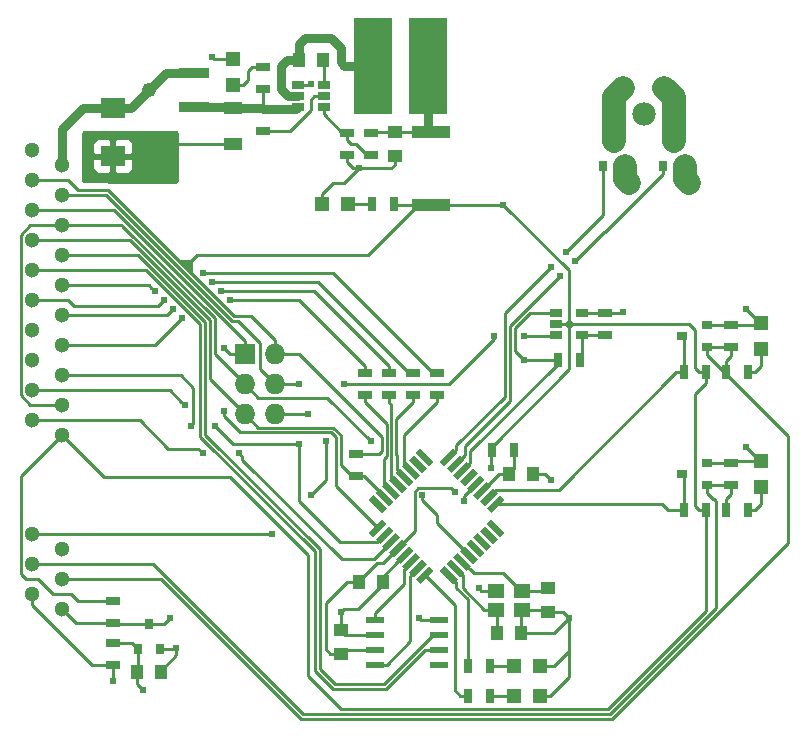
<source format=gbr>
G04 #@! TF.FileFunction,Copper,L1,Top,Signal*
%FSLAX46Y46*%
G04 Gerber Fmt 4.6, Leading zero omitted, Abs format (unit mm)*
G04 Created by KiCad (PCBNEW 4.0.7) date 11/20/17 16:46:11*
%MOMM*%
%LPD*%
G01*
G04 APERTURE LIST*
%ADD10C,0.100000*%
%ADD11R,1.060000X0.650000*%
%ADD12R,2.500000X0.900000*%
%ADD13C,1.300000*%
%ADD14C,1.397000*%
%ADD15C,1.981000*%
%ADD16R,3.300000X8.200000*%
%ADD17R,2.159000X1.778000*%
%ADD18R,1.000000X1.250000*%
%ADD19R,1.600000X1.000000*%
%ADD20R,1.250000X1.000000*%
%ADD21R,1.200000X1.200000*%
%ADD22R,0.700000X1.300000*%
%ADD23R,1.300000X0.700000*%
%ADD24R,3.200000X1.000000*%
%ADD25R,1.550000X0.600000*%
%ADD26R,0.800000X0.900000*%
%ADD27R,0.900000X0.800000*%
%ADD28R,1.400000X1.200000*%
%ADD29R,1.727200X1.727200*%
%ADD30O,1.727200X1.727200*%
%ADD31C,0.609600*%
%ADD32C,1.219200*%
%ADD33C,0.254000*%
%ADD34C,2.032000*%
%ADD35C,0.762000*%
G04 APERTURE END LIST*
D10*
D11*
X164000000Y-85918000D03*
X164000000Y-86868000D03*
X164000000Y-87818000D03*
X166200000Y-87818000D03*
X166200000Y-85918000D03*
D12*
X133350000Y-65606000D03*
X133350000Y-68506000D03*
D13*
X119634000Y-77216000D03*
X119634000Y-74676000D03*
X119634000Y-72136000D03*
X119634000Y-79756000D03*
X122174000Y-73406000D03*
X122174000Y-75946000D03*
X122174000Y-78486000D03*
X122174000Y-81026000D03*
X119634000Y-82296000D03*
X122174000Y-83566000D03*
X119634000Y-84836000D03*
X122174000Y-86106000D03*
X119634000Y-87376000D03*
X122174000Y-88646000D03*
X119634000Y-89916000D03*
X122174000Y-91186000D03*
X119634000Y-92456000D03*
X122174000Y-93726000D03*
X119634000Y-94996000D03*
X122174000Y-96266000D03*
X119634000Y-109728000D03*
X119634000Y-107188000D03*
X119634000Y-104648000D03*
X122174000Y-105918000D03*
X122174000Y-108458000D03*
X122174000Y-110998000D03*
D14*
X173200000Y-66858000D03*
X169700000Y-66858000D03*
D15*
X171450000Y-69088000D03*
D16*
X148526000Y-65024000D03*
X153226000Y-65024000D03*
D17*
X126492000Y-72644000D03*
X126492000Y-68580000D03*
D18*
X147336000Y-108712000D03*
X149336000Y-108712000D03*
X160036000Y-99568000D03*
X162036000Y-99568000D03*
D19*
X136652000Y-68604000D03*
X136652000Y-71604000D03*
D20*
X145796000Y-114792000D03*
X145796000Y-112792000D03*
D18*
X144256000Y-64516000D03*
X142256000Y-64516000D03*
D20*
X163322000Y-109236000D03*
X163322000Y-111236000D03*
X150368000Y-70628000D03*
X150368000Y-72628000D03*
D18*
X159020000Y-113030000D03*
X161020000Y-113030000D03*
X130540000Y-116332000D03*
X128540000Y-116332000D03*
D21*
X136652000Y-66632000D03*
X136652000Y-64432000D03*
X146388000Y-76708000D03*
X144188000Y-76708000D03*
X181356000Y-100668000D03*
X181356000Y-98468000D03*
X181356000Y-88984000D03*
X181356000Y-86784000D03*
X160444000Y-118364000D03*
X162644000Y-118364000D03*
X160444000Y-115824000D03*
X162644000Y-115824000D03*
D10*
G36*
X148567666Y-104909445D02*
X148178757Y-104520536D01*
X149310128Y-103389165D01*
X149699037Y-103778074D01*
X148567666Y-104909445D01*
X148567666Y-104909445D01*
G37*
G36*
X149133352Y-105475130D02*
X148744443Y-105086221D01*
X149875814Y-103954850D01*
X150264723Y-104343759D01*
X149133352Y-105475130D01*
X149133352Y-105475130D01*
G37*
G36*
X149699037Y-106040816D02*
X149310128Y-105651907D01*
X150441499Y-104520536D01*
X150830408Y-104909445D01*
X149699037Y-106040816D01*
X149699037Y-106040816D01*
G37*
G36*
X150264722Y-106606501D02*
X149875813Y-106217592D01*
X151007184Y-105086221D01*
X151396093Y-105475130D01*
X150264722Y-106606501D01*
X150264722Y-106606501D01*
G37*
G36*
X150830408Y-107172187D02*
X150441499Y-106783278D01*
X151572870Y-105651907D01*
X151961779Y-106040816D01*
X150830408Y-107172187D01*
X150830408Y-107172187D01*
G37*
G36*
X151396093Y-107737872D02*
X151007184Y-107348963D01*
X152138555Y-106217592D01*
X152527464Y-106606501D01*
X151396093Y-107737872D01*
X151396093Y-107737872D01*
G37*
G36*
X151961779Y-108303557D02*
X151572870Y-107914648D01*
X152704241Y-106783277D01*
X153093150Y-107172186D01*
X151961779Y-108303557D01*
X151961779Y-108303557D01*
G37*
G36*
X152527464Y-108869243D02*
X152138555Y-108480334D01*
X153269926Y-107348963D01*
X153658835Y-107737872D01*
X152527464Y-108869243D01*
X152527464Y-108869243D01*
G37*
G36*
X155709445Y-108480334D02*
X155320536Y-108869243D01*
X154189165Y-107737872D01*
X154578074Y-107348963D01*
X155709445Y-108480334D01*
X155709445Y-108480334D01*
G37*
G36*
X156275130Y-107914648D02*
X155886221Y-108303557D01*
X154754850Y-107172186D01*
X155143759Y-106783277D01*
X156275130Y-107914648D01*
X156275130Y-107914648D01*
G37*
G36*
X156840816Y-107348963D02*
X156451907Y-107737872D01*
X155320536Y-106606501D01*
X155709445Y-106217592D01*
X156840816Y-107348963D01*
X156840816Y-107348963D01*
G37*
G36*
X157406501Y-106783278D02*
X157017592Y-107172187D01*
X155886221Y-106040816D01*
X156275130Y-105651907D01*
X157406501Y-106783278D01*
X157406501Y-106783278D01*
G37*
G36*
X157972187Y-106217592D02*
X157583278Y-106606501D01*
X156451907Y-105475130D01*
X156840816Y-105086221D01*
X157972187Y-106217592D01*
X157972187Y-106217592D01*
G37*
G36*
X158537872Y-105651907D02*
X158148963Y-106040816D01*
X157017592Y-104909445D01*
X157406501Y-104520536D01*
X158537872Y-105651907D01*
X158537872Y-105651907D01*
G37*
G36*
X159103557Y-105086221D02*
X158714648Y-105475130D01*
X157583277Y-104343759D01*
X157972186Y-103954850D01*
X159103557Y-105086221D01*
X159103557Y-105086221D01*
G37*
G36*
X159669243Y-104520536D02*
X159280334Y-104909445D01*
X158148963Y-103778074D01*
X158537872Y-103389165D01*
X159669243Y-104520536D01*
X159669243Y-104520536D01*
G37*
G36*
X158537872Y-102858835D02*
X158148963Y-102469926D01*
X159280334Y-101338555D01*
X159669243Y-101727464D01*
X158537872Y-102858835D01*
X158537872Y-102858835D01*
G37*
G36*
X157972186Y-102293150D02*
X157583277Y-101904241D01*
X158714648Y-100772870D01*
X159103557Y-101161779D01*
X157972186Y-102293150D01*
X157972186Y-102293150D01*
G37*
G36*
X157406501Y-101727464D02*
X157017592Y-101338555D01*
X158148963Y-100207184D01*
X158537872Y-100596093D01*
X157406501Y-101727464D01*
X157406501Y-101727464D01*
G37*
G36*
X156840816Y-101161779D02*
X156451907Y-100772870D01*
X157583278Y-99641499D01*
X157972187Y-100030408D01*
X156840816Y-101161779D01*
X156840816Y-101161779D01*
G37*
G36*
X156275130Y-100596093D02*
X155886221Y-100207184D01*
X157017592Y-99075813D01*
X157406501Y-99464722D01*
X156275130Y-100596093D01*
X156275130Y-100596093D01*
G37*
G36*
X155709445Y-100030408D02*
X155320536Y-99641499D01*
X156451907Y-98510128D01*
X156840816Y-98899037D01*
X155709445Y-100030408D01*
X155709445Y-100030408D01*
G37*
G36*
X155143759Y-99464723D02*
X154754850Y-99075814D01*
X155886221Y-97944443D01*
X156275130Y-98333352D01*
X155143759Y-99464723D01*
X155143759Y-99464723D01*
G37*
G36*
X154578074Y-98899037D02*
X154189165Y-98510128D01*
X155320536Y-97378757D01*
X155709445Y-97767666D01*
X154578074Y-98899037D01*
X154578074Y-98899037D01*
G37*
G36*
X153658835Y-98510128D02*
X153269926Y-98899037D01*
X152138555Y-97767666D01*
X152527464Y-97378757D01*
X153658835Y-98510128D01*
X153658835Y-98510128D01*
G37*
G36*
X153093150Y-99075814D02*
X152704241Y-99464723D01*
X151572870Y-98333352D01*
X151961779Y-97944443D01*
X153093150Y-99075814D01*
X153093150Y-99075814D01*
G37*
G36*
X152527464Y-99641499D02*
X152138555Y-100030408D01*
X151007184Y-98899037D01*
X151396093Y-98510128D01*
X152527464Y-99641499D01*
X152527464Y-99641499D01*
G37*
G36*
X151961779Y-100207184D02*
X151572870Y-100596093D01*
X150441499Y-99464722D01*
X150830408Y-99075813D01*
X151961779Y-100207184D01*
X151961779Y-100207184D01*
G37*
G36*
X151396093Y-100772870D02*
X151007184Y-101161779D01*
X149875813Y-100030408D01*
X150264722Y-99641499D01*
X151396093Y-100772870D01*
X151396093Y-100772870D01*
G37*
G36*
X150830408Y-101338555D02*
X150441499Y-101727464D01*
X149310128Y-100596093D01*
X149699037Y-100207184D01*
X150830408Y-101338555D01*
X150830408Y-101338555D01*
G37*
G36*
X150264723Y-101904241D02*
X149875814Y-102293150D01*
X148744443Y-101161779D01*
X149133352Y-100772870D01*
X150264723Y-101904241D01*
X150264723Y-101904241D01*
G37*
G36*
X149699037Y-102469926D02*
X149310128Y-102858835D01*
X148178757Y-101727464D01*
X148567666Y-101338555D01*
X149699037Y-102469926D01*
X149699037Y-102469926D01*
G37*
D22*
X158562000Y-97536000D03*
X160462000Y-97536000D03*
D23*
X139192000Y-66990000D03*
X139192000Y-65090000D03*
X139192000Y-68646000D03*
X139192000Y-70546000D03*
X146304000Y-70678000D03*
X146304000Y-72578000D03*
X148336000Y-72578000D03*
X148336000Y-70678000D03*
X147828000Y-90998000D03*
X147828000Y-92898000D03*
X153924000Y-90998000D03*
X153924000Y-92898000D03*
X147066000Y-97856000D03*
X147066000Y-99756000D03*
D24*
X153416000Y-76760000D03*
X153416000Y-70560000D03*
D23*
X151892000Y-90998000D03*
X151892000Y-92898000D03*
X149860000Y-90998000D03*
X149860000Y-92898000D03*
D22*
X150302000Y-76708000D03*
X148402000Y-76708000D03*
X178374000Y-102616000D03*
X180274000Y-102616000D03*
D23*
X178816000Y-100518000D03*
X178816000Y-98618000D03*
D22*
X176718000Y-102616000D03*
X174818000Y-102616000D03*
X178374000Y-90932000D03*
X180274000Y-90932000D03*
D23*
X178816000Y-88834000D03*
X178816000Y-86934000D03*
D22*
X164150000Y-89916000D03*
X166050000Y-89916000D03*
D23*
X168148000Y-87818000D03*
X168148000Y-85918000D03*
D22*
X176718000Y-90932000D03*
X174818000Y-90932000D03*
X156530000Y-118364000D03*
X158430000Y-118364000D03*
D23*
X126492000Y-115758000D03*
X126492000Y-113858000D03*
D22*
X156530000Y-115824000D03*
X158430000Y-115824000D03*
D23*
X126492000Y-110302000D03*
X126492000Y-112202000D03*
D11*
X142156000Y-66614000D03*
X142156000Y-67564000D03*
X142156000Y-68514000D03*
X144356000Y-68514000D03*
X144356000Y-66614000D03*
X144356000Y-67564000D03*
D25*
X148684000Y-111887000D03*
X148684000Y-113157000D03*
X148684000Y-114427000D03*
X148684000Y-115697000D03*
X154084000Y-115697000D03*
X154084000Y-114427000D03*
X154084000Y-113157000D03*
X154084000Y-111887000D03*
D26*
X167960000Y-73440000D03*
X169860000Y-73440000D03*
X168910000Y-71340000D03*
X173040000Y-73440000D03*
X174940000Y-73440000D03*
X173990000Y-71340000D03*
D27*
X176818000Y-88834000D03*
X176818000Y-86934000D03*
X174718000Y-87884000D03*
X176818000Y-100518000D03*
X176818000Y-98618000D03*
X174718000Y-99568000D03*
D26*
X128590000Y-114334000D03*
X130490000Y-114334000D03*
X129540000Y-112234000D03*
D28*
X161120000Y-109436000D03*
X158920000Y-109436000D03*
X158920000Y-111036000D03*
X161120000Y-111036000D03*
D29*
X137668000Y-89408000D03*
D30*
X140208000Y-89408000D03*
X137668000Y-91948000D03*
X140208000Y-91948000D03*
X137668000Y-94488000D03*
X140208000Y-94488000D03*
D31*
X159564000Y-76760000D03*
X158496000Y-99060000D03*
X155448000Y-101092000D03*
X156210000Y-101854000D03*
X163576000Y-100076000D03*
X145796000Y-111252000D03*
X169672000Y-85852000D03*
X152400000Y-111760000D03*
X143002000Y-94488000D03*
X180086000Y-85598000D03*
X180086000Y-97282000D03*
X131826000Y-114300000D03*
X147320000Y-73660000D03*
X143256000Y-66548000D03*
X134874000Y-64262000D03*
X129540000Y-73660000D03*
X130810000Y-73660000D03*
X130810000Y-72390000D03*
X129540000Y-72390000D03*
X165100000Y-111760000D03*
X157480000Y-109220000D03*
X170180000Y-74930000D03*
X175260000Y-74930000D03*
X129032000Y-117856000D03*
D32*
X129540000Y-67056000D03*
D31*
X132588000Y-93726000D03*
X135890000Y-94234000D03*
X135890000Y-88900000D03*
X135128000Y-95504000D03*
X133096000Y-95504000D03*
X142240000Y-97028000D03*
X142240000Y-91948000D03*
X137160000Y-97790000D03*
X134112000Y-97790000D03*
X148336000Y-96774000D03*
X152654000Y-101346000D03*
X161290000Y-89916000D03*
X164846000Y-80772000D03*
X163576000Y-82042000D03*
X165608000Y-81534000D03*
X164338000Y-82804000D03*
X130048000Y-84074000D03*
X134112000Y-82550000D03*
X130810000Y-84836000D03*
X134874000Y-83312000D03*
X131572000Y-85598000D03*
X135636000Y-84074000D03*
X132334000Y-86360000D03*
X136398000Y-84836000D03*
X126492000Y-117094000D03*
X161290000Y-87884000D03*
X158750000Y-87884000D03*
X146050000Y-91948000D03*
X144526000Y-96774000D03*
X143256000Y-101346000D03*
X139954000Y-104648000D03*
X131318000Y-111760000D03*
D33*
X153416000Y-76760000D02*
X159564000Y-76760000D01*
X165100000Y-83312000D02*
X165100000Y-84074000D01*
X159564000Y-76760000D02*
X165100000Y-82296000D01*
X165100000Y-84074000D02*
X165100000Y-86614000D01*
X165100000Y-82296000D02*
X165100000Y-84074000D01*
X149032000Y-97856000D02*
X149275791Y-97612209D01*
X147066000Y-97856000D02*
X149032000Y-97856000D01*
X149275791Y-97612209D02*
X149275791Y-96443791D01*
X149275791Y-96443791D02*
X142240000Y-89408000D01*
X142240000Y-89408000D02*
X140208000Y-89408000D01*
X136398000Y-99822000D02*
X125730000Y-99822000D01*
X125730000Y-99822000D02*
X122174000Y-96266000D01*
X143002000Y-106426000D02*
X136398000Y-99822000D01*
X143002000Y-116687590D02*
X143002000Y-106426000D01*
X168420910Y-119481590D02*
X145796000Y-119481590D01*
X145796000Y-119481590D02*
X143002000Y-116687590D01*
X176718000Y-102616000D02*
X176718000Y-111184500D01*
X176718000Y-111184500D02*
X168420910Y-119481590D01*
X126492000Y-110302000D02*
X123510000Y-110302000D01*
X123510000Y-110302000D02*
X122936000Y-109728000D01*
X122936000Y-109728000D02*
X121412000Y-109728000D01*
X118704599Y-108036599D02*
X118704599Y-99735401D01*
X121412000Y-109728000D02*
X120142000Y-108458000D01*
X120142000Y-108458000D02*
X119126000Y-108458000D01*
X119126000Y-108458000D02*
X118704599Y-108036599D01*
X118704599Y-99735401D02*
X121524001Y-96915999D01*
X121524001Y-96915999D02*
X122174000Y-96266000D01*
X164846000Y-86868000D02*
X165100000Y-87122000D01*
X165100000Y-86614000D02*
X165354000Y-86868000D01*
X164846000Y-86868000D02*
X165100000Y-86868000D01*
X165100000Y-86614000D02*
X165100000Y-86868000D01*
X164000000Y-86868000D02*
X164846000Y-86868000D01*
X164846000Y-86868000D02*
X165100000Y-86614000D01*
X165100000Y-86868000D02*
X165354000Y-86868000D01*
X158496000Y-99060000D02*
X158496000Y-97602000D01*
X158496000Y-97602000D02*
X158562000Y-97536000D01*
X150635953Y-105846361D02*
X152069799Y-104412515D01*
X152069799Y-104412515D02*
X152069799Y-101065583D01*
X152069799Y-101065583D02*
X152373583Y-100761799D01*
X152373583Y-100761799D02*
X155117799Y-100761799D01*
X155117799Y-100761799D02*
X155448000Y-101092000D01*
X144526000Y-110490000D02*
X146304000Y-108712000D01*
X146304000Y-108712000D02*
X147336000Y-108712000D01*
X144526000Y-114401000D02*
X144526000Y-110490000D01*
X145796000Y-114792000D02*
X144917000Y-114792000D01*
X144917000Y-114792000D02*
X144526000Y-114401000D01*
X165354000Y-86868000D02*
X175260000Y-86868000D01*
X165100000Y-87184000D02*
X165100000Y-87122000D01*
X165100000Y-87122000D02*
X165354000Y-86868000D01*
X164000000Y-86868000D02*
X164784000Y-86868000D01*
X165100000Y-87184000D02*
X165100000Y-90698000D01*
X165100000Y-90698000D02*
X158562000Y-97236000D01*
X158562000Y-97236000D02*
X158562000Y-97536000D01*
X175768000Y-87376000D02*
X175514000Y-87122000D01*
X175260000Y-86868000D02*
X175514000Y-87122000D01*
X152316000Y-76760000D02*
X148082000Y-80994000D01*
X133077100Y-81552900D02*
X133636000Y-80994000D01*
X133636000Y-80994000D02*
X148082000Y-80994000D01*
X133077100Y-82550000D02*
X136734690Y-86207590D01*
X132842000Y-82314900D02*
X133077100Y-82550000D01*
X133077100Y-82550000D02*
X133077100Y-81552900D01*
X133077100Y-81552900D02*
X133096000Y-81534000D01*
X175768000Y-102270000D02*
X175768000Y-92786000D01*
X175768000Y-92786000D02*
X176718000Y-91836000D01*
X176718000Y-91836000D02*
X176718000Y-90932000D01*
X176718000Y-102616000D02*
X176114000Y-102616000D01*
X176114000Y-102616000D02*
X175768000Y-102270000D01*
X175768000Y-87581078D02*
X175768000Y-87376000D01*
X175768000Y-90586000D02*
X175768000Y-87581078D01*
X176718000Y-90932000D02*
X176114000Y-90932000D01*
X176114000Y-90932000D02*
X175768000Y-90586000D01*
X132569100Y-82042000D02*
X132842000Y-82314900D01*
X132588000Y-82042000D02*
X132842000Y-81788000D01*
X132842000Y-82314900D02*
X132842000Y-81788000D01*
X132842000Y-81788000D02*
X133096000Y-81534000D01*
X133096000Y-81534000D02*
X132842000Y-81534000D01*
X132569100Y-82042000D02*
X132588000Y-82042000D01*
X132842000Y-81534000D02*
X132588000Y-81534000D01*
X132569100Y-82042000D02*
X132569100Y-81806900D01*
X132569100Y-81806900D02*
X132842000Y-81534000D01*
X132588000Y-81534000D02*
X132061100Y-81534000D01*
X132588000Y-81534000D02*
X132569100Y-81534000D01*
X132569100Y-81534000D02*
X132315100Y-81788000D01*
X132061100Y-81534000D02*
X132569100Y-82042000D01*
X132569100Y-82042000D02*
X132315100Y-81788000D01*
X126066691Y-75539591D02*
X132061100Y-81534000D01*
X153416000Y-76760000D02*
X152316000Y-76760000D01*
X119634000Y-74676000D02*
X122682000Y-74676000D01*
X122682000Y-74676000D02*
X123545590Y-75539590D01*
X136734690Y-86207590D02*
X138228905Y-86207591D01*
X123545590Y-75539590D02*
X126066691Y-75539591D01*
X138228905Y-86207591D02*
X140208000Y-88186686D01*
X140208000Y-88186686D02*
X140208000Y-89408000D01*
X148844000Y-107079000D02*
X149403314Y-107079000D01*
X149403314Y-107079000D02*
X150635953Y-105846361D01*
X147336000Y-108587000D02*
X148844000Y-107079000D01*
X147336000Y-108712000D02*
X147336000Y-108587000D01*
X149999558Y-106482756D02*
X150635953Y-105846361D01*
X148684000Y-114427000D02*
X146161000Y-114427000D01*
X146161000Y-114427000D02*
X145796000Y-114792000D01*
X153416000Y-76760000D02*
X150354000Y-76760000D01*
X150354000Y-76760000D02*
X150302000Y-76708000D01*
X157212047Y-100401639D02*
X156210000Y-101403686D01*
X156210000Y-101403686D02*
X156210000Y-101854000D01*
X162036000Y-99568000D02*
X163068000Y-99568000D01*
X163068000Y-99568000D02*
X163576000Y-100076000D01*
X145796000Y-111252000D02*
X146100799Y-110947201D01*
X146100799Y-110947201D02*
X147225799Y-110947201D01*
X149336000Y-108837000D02*
X149336000Y-108712000D01*
X147225799Y-110947201D02*
X149336000Y-108837000D01*
X145796000Y-112792000D02*
X145796000Y-111252000D01*
X168148000Y-85918000D02*
X169606000Y-85918000D01*
X169606000Y-85918000D02*
X169672000Y-85852000D01*
X154084000Y-111887000D02*
X152527000Y-111887000D01*
X152527000Y-111887000D02*
X152400000Y-111760000D01*
X140208000Y-94488000D02*
X143002000Y-94488000D01*
X166200000Y-85918000D02*
X168148000Y-85918000D01*
X181356000Y-86784000D02*
X181272000Y-86784000D01*
X181272000Y-86784000D02*
X180086000Y-85598000D01*
X178816000Y-86934000D02*
X181206000Y-86934000D01*
X181206000Y-86934000D02*
X181356000Y-86784000D01*
X176818000Y-86934000D02*
X178816000Y-86934000D01*
X181356000Y-98468000D02*
X181272000Y-98468000D01*
X181272000Y-98468000D02*
X180086000Y-97282000D01*
X181356000Y-98468000D02*
X178966000Y-98468000D01*
X178966000Y-98468000D02*
X178816000Y-98618000D01*
X176818000Y-98618000D02*
X178816000Y-98618000D01*
X165100000Y-114554000D02*
X165100000Y-112776000D01*
X165100000Y-112776000D02*
X165100000Y-111760000D01*
X162644000Y-118364000D02*
X163498000Y-118364000D01*
X163498000Y-118364000D02*
X165100000Y-116762000D01*
X165100000Y-116762000D02*
X165100000Y-112776000D01*
X163830000Y-115824000D02*
X165100000Y-114554000D01*
X162644000Y-115824000D02*
X163830000Y-115824000D01*
X161020000Y-113030000D02*
X163830000Y-113030000D01*
X163830000Y-113030000D02*
X165100000Y-111760000D01*
X149336000Y-108712000D02*
X149336000Y-108277686D01*
X149336000Y-108277686D02*
X150565244Y-107048442D01*
X150565244Y-107048442D02*
X151201639Y-106412047D01*
X148684000Y-113157000D02*
X146161000Y-113157000D01*
X146161000Y-113157000D02*
X145796000Y-112792000D01*
X130540000Y-116332000D02*
X130540000Y-116207000D01*
X130540000Y-116207000D02*
X131826000Y-114921000D01*
X131826000Y-114921000D02*
X131826000Y-114731052D01*
X131826000Y-114731052D02*
X131826000Y-114300000D01*
X130490000Y-114334000D02*
X131792000Y-114334000D01*
X131792000Y-114334000D02*
X131826000Y-114300000D01*
X145112000Y-74930000D02*
X146050000Y-74930000D01*
X146050000Y-74930000D02*
X147320000Y-73660000D01*
X144188000Y-76708000D02*
X144188000Y-75854000D01*
X144188000Y-75854000D02*
X145112000Y-74930000D01*
X150368000Y-72628000D02*
X150368000Y-73382000D01*
X150368000Y-73382000D02*
X150090000Y-73660000D01*
X150090000Y-73660000D02*
X147751052Y-73660000D01*
X147751052Y-73660000D02*
X147320000Y-73660000D01*
X146558000Y-73406000D02*
X146812000Y-73660000D01*
X146812000Y-73660000D02*
X147320000Y-73660000D01*
X146304000Y-73152000D02*
X146558000Y-73406000D01*
X146304000Y-72578000D02*
X146304000Y-73152000D01*
X142156000Y-66614000D02*
X143190000Y-66614000D01*
X143190000Y-66614000D02*
X143256000Y-66548000D01*
X136652000Y-64432000D02*
X135044000Y-64432000D01*
X135044000Y-64432000D02*
X134874000Y-64262000D01*
X136652000Y-71604000D02*
X131596000Y-71604000D01*
X131596000Y-71604000D02*
X130810000Y-72390000D01*
X130810000Y-72390000D02*
X130810000Y-73660000D01*
X126492000Y-72644000D02*
X129286000Y-72644000D01*
X129286000Y-72644000D02*
X129540000Y-72390000D01*
X163322000Y-111236000D02*
X164576000Y-111236000D01*
X164576000Y-111236000D02*
X165100000Y-111760000D01*
X161120000Y-111036000D02*
X163122000Y-111036000D01*
X163122000Y-111036000D02*
X163322000Y-111236000D01*
X161020000Y-113030000D02*
X161020000Y-111136000D01*
X161020000Y-111136000D02*
X161120000Y-111036000D01*
X158920000Y-109436000D02*
X157696000Y-109436000D01*
X157696000Y-109436000D02*
X157480000Y-109220000D01*
D34*
X169860000Y-73440000D02*
X169860000Y-74610000D01*
X169860000Y-74610000D02*
X170180000Y-74930000D01*
X174940000Y-73440000D02*
X174940000Y-74610000D01*
X174940000Y-74610000D02*
X175260000Y-74930000D01*
D33*
X160462000Y-97536000D02*
X160462000Y-99142000D01*
X160462000Y-99142000D02*
X160036000Y-99568000D01*
X160036000Y-99568000D02*
X159177056Y-99568000D01*
X159177056Y-99568000D02*
X157777732Y-100967324D01*
X139192000Y-68646000D02*
X139192000Y-66990000D01*
D35*
X139192000Y-68646000D02*
X142024000Y-68646000D01*
X142024000Y-68646000D02*
X142156000Y-68514000D01*
X136652000Y-68604000D02*
X139150000Y-68604000D01*
X139150000Y-68604000D02*
X139192000Y-68646000D01*
X133350000Y-68506000D02*
X136554000Y-68506000D01*
X136554000Y-68506000D02*
X136652000Y-68604000D01*
D33*
X144356000Y-66614000D02*
X144356000Y-64616000D01*
X144356000Y-64616000D02*
X144256000Y-64516000D01*
D35*
X142256000Y-64516000D02*
X142256000Y-63129000D01*
X142256000Y-63129000D02*
X142748000Y-62637000D01*
X144933000Y-62637000D02*
X145796000Y-63500000D01*
X142748000Y-62637000D02*
X144933000Y-62637000D01*
X145796000Y-63500000D02*
X145796000Y-64706000D01*
X145796000Y-64706000D02*
X146114000Y-65024000D01*
X146114000Y-65024000D02*
X148526000Y-65024000D01*
X142256000Y-64516000D02*
X141224000Y-64516000D01*
X141224000Y-64516000D02*
X140716000Y-65024000D01*
X140716000Y-65024000D02*
X140716000Y-66989122D01*
X140716000Y-66989122D02*
X141290878Y-67564000D01*
X141290878Y-67564000D02*
X142156000Y-67564000D01*
D33*
X161120000Y-109436000D02*
X163122000Y-109436000D01*
X163122000Y-109436000D02*
X163322000Y-109236000D01*
X161120000Y-109436000D02*
X161020000Y-109436000D01*
X161020000Y-109436000D02*
X159534000Y-107950000D01*
X159534000Y-107950000D02*
X157052944Y-107950000D01*
X157052944Y-107950000D02*
X156717071Y-107614127D01*
X156717071Y-107614127D02*
X156080676Y-106977732D01*
X150368000Y-70628000D02*
X148386000Y-70628000D01*
X148386000Y-70628000D02*
X148336000Y-70678000D01*
X153416000Y-70560000D02*
X150436000Y-70560000D01*
X150436000Y-70560000D02*
X150368000Y-70628000D01*
D35*
X153226000Y-65024000D02*
X153226000Y-70370000D01*
X153226000Y-70370000D02*
X153416000Y-70560000D01*
D33*
X159020000Y-113030000D02*
X159020000Y-111136000D01*
X159020000Y-111136000D02*
X158920000Y-111036000D01*
X158920000Y-111036000D02*
X157966000Y-111036000D01*
X157966000Y-111036000D02*
X156151385Y-109221385D01*
X156151385Y-109221385D02*
X156151385Y-108179812D01*
X156151385Y-108179812D02*
X155514990Y-107543417D01*
X128540000Y-116332000D02*
X128540000Y-117364000D01*
X128540000Y-117364000D02*
X129032000Y-117856000D01*
X128590000Y-114334000D02*
X128590000Y-116282000D01*
X128590000Y-116282000D02*
X128540000Y-116332000D01*
X126492000Y-113858000D02*
X128114000Y-113858000D01*
X128114000Y-113858000D02*
X128590000Y-114334000D01*
X137922000Y-65456000D02*
X137922000Y-66216000D01*
X137922000Y-66216000D02*
X137506000Y-66632000D01*
X137506000Y-66632000D02*
X136652000Y-66632000D01*
X139192000Y-65090000D02*
X138288000Y-65090000D01*
X138288000Y-65090000D02*
X137922000Y-65456000D01*
X138892000Y-65090000D02*
X139192000Y-65090000D01*
X148402000Y-76708000D02*
X146388000Y-76708000D01*
X180274000Y-102616000D02*
X180878000Y-102616000D01*
X180878000Y-102616000D02*
X181356000Y-102138000D01*
X181356000Y-102138000D02*
X181356000Y-101522000D01*
X181356000Y-101522000D02*
X181356000Y-100668000D01*
X180274000Y-90932000D02*
X180878000Y-90932000D01*
X180878000Y-90932000D02*
X181356000Y-90454000D01*
X181356000Y-90454000D02*
X181356000Y-89838000D01*
X181356000Y-89838000D02*
X181356000Y-88984000D01*
X158430000Y-118364000D02*
X160444000Y-118364000D01*
X158430000Y-115824000D02*
X160444000Y-115824000D01*
D35*
X129540000Y-67056000D02*
X130990000Y-65606000D01*
X126492000Y-68580000D02*
X128016000Y-68580000D01*
X128016000Y-68580000D02*
X129540000Y-67056000D01*
X130990000Y-65606000D02*
X133350000Y-65606000D01*
X122174000Y-70358000D02*
X123952000Y-68580000D01*
X123952000Y-68580000D02*
X126492000Y-68580000D01*
X122174000Y-73406000D02*
X122174000Y-70358000D01*
D33*
X135890000Y-94234000D02*
X135890000Y-94665052D01*
X144992661Y-96037411D02*
X145389590Y-96434340D01*
X135890000Y-94665052D02*
X137262359Y-96037411D01*
X137262359Y-96037411D02*
X144992661Y-96037411D01*
X145389590Y-100599998D02*
X145627592Y-100838000D01*
X145389590Y-96434340D02*
X145389590Y-100599998D01*
X145627592Y-100838000D02*
X148938897Y-104149305D01*
X119634000Y-92456000D02*
X131318000Y-92456000D01*
X132588000Y-93726000D02*
X132283201Y-93421201D01*
X132283201Y-93421201D02*
X131318000Y-92456000D01*
X137668000Y-89408000D02*
X136398000Y-89408000D01*
X136398000Y-89408000D02*
X135890000Y-88900000D01*
X119634000Y-77216000D02*
X126593600Y-77216000D01*
X126593600Y-77216000D02*
X137668000Y-88290400D01*
X137668000Y-88290400D02*
X137668000Y-89408000D01*
X136906000Y-97028000D02*
X142240000Y-97028000D01*
X135128000Y-95504000D02*
X136652000Y-97028000D01*
X136652000Y-97028000D02*
X136906000Y-97028000D01*
X133324570Y-92278210D02*
X133324570Y-95275430D01*
X133324570Y-95275430D02*
X133096000Y-95504000D01*
X132232360Y-91186000D02*
X133324570Y-92278210D01*
X122174000Y-91186000D02*
X132232360Y-91186000D01*
X136566350Y-86614000D02*
X137104122Y-86614000D01*
X137104122Y-86614000D02*
X138938000Y-88447878D01*
X138938000Y-88447878D02*
X138938000Y-90424000D01*
X122174000Y-75946000D02*
X125898350Y-75946000D01*
X125898350Y-75946000D02*
X136566350Y-86614000D01*
X142240000Y-97028000D02*
X142240000Y-101854000D01*
X142240000Y-101854000D02*
X145737385Y-105351385D01*
X145737385Y-105351385D02*
X148868188Y-105351385D01*
X148868188Y-105351385D02*
X149504583Y-104714990D01*
X140208000Y-91948000D02*
X142240000Y-91948000D01*
X140208000Y-91948000D02*
X138938000Y-90678000D01*
X138938000Y-90551001D02*
X138938000Y-90424000D01*
X138938000Y-90678000D02*
X138938000Y-90424000D01*
X150067574Y-105280676D02*
X148590000Y-106758250D01*
X137464799Y-98348799D02*
X145874250Y-106758250D01*
X145874250Y-106758250D02*
X148590000Y-106758250D01*
X137160000Y-97790000D02*
X137464799Y-98094799D01*
X137464799Y-98094799D02*
X137464799Y-98348799D01*
X131205668Y-97423668D02*
X133745668Y-97423668D01*
X133745668Y-97423668D02*
X134112000Y-97790000D01*
X131205668Y-97423668D02*
X128778000Y-94996000D01*
X128778000Y-94996000D02*
X119634000Y-94996000D01*
X150070268Y-105280676D02*
X150067574Y-105280676D01*
X148684000Y-111887000D02*
X148684000Y-111333000D01*
X148684000Y-111333000D02*
X151130929Y-108886071D01*
X151130929Y-108886071D02*
X151130929Y-107614127D01*
X151130929Y-107614127D02*
X151767324Y-106977732D01*
X148684000Y-115697000D02*
X149713000Y-115697000D01*
X149713000Y-115697000D02*
X151696615Y-113713385D01*
X151696615Y-113713385D02*
X151696615Y-108179812D01*
X151696615Y-108179812D02*
X152333010Y-107543417D01*
X152898695Y-108109103D02*
X155448000Y-110658408D01*
X155448000Y-110658408D02*
X155448000Y-117886000D01*
X155448000Y-117886000D02*
X155926000Y-118364000D01*
X155926000Y-118364000D02*
X156530000Y-118364000D01*
X156530000Y-115824000D02*
X156530000Y-110174750D01*
X156530000Y-110174750D02*
X155585700Y-109230450D01*
X155585700Y-109230450D02*
X155585700Y-108745498D01*
X155585700Y-108745498D02*
X154949305Y-108109103D01*
X144399001Y-93091001D02*
X144653001Y-93091001D01*
X144653001Y-93091001D02*
X148336000Y-96774000D01*
X122174000Y-93726000D02*
X119528486Y-93726000D01*
X119528486Y-93726000D02*
X118704599Y-92902113D01*
X118704599Y-92902113D02*
X118704599Y-79309887D01*
X118704599Y-79309887D02*
X119528486Y-78486000D01*
X119528486Y-78486000D02*
X121254762Y-78486000D01*
X121254762Y-78486000D02*
X122174000Y-78486000D01*
X135128000Y-89408000D02*
X137668000Y-91948000D01*
X127288850Y-78520850D02*
X135128000Y-86360000D01*
X135128000Y-86360000D02*
X135128000Y-89408000D01*
X127288850Y-78486000D02*
X127288850Y-78520850D01*
X122174000Y-78486000D02*
X127288850Y-78486000D01*
X153924000Y-103632000D02*
X153924000Y-103689686D01*
X152654000Y-101346000D02*
X152654000Y-101777052D01*
X152654000Y-101777052D02*
X153924000Y-103047052D01*
X153924000Y-103047052D02*
X153924000Y-103632000D01*
X138811001Y-93091001D02*
X144399001Y-93091001D01*
X153924000Y-103689686D02*
X156646361Y-106412047D01*
X137668000Y-91948000D02*
X138811001Y-93091001D01*
X172964695Y-102098695D02*
X173482000Y-102616000D01*
X173482000Y-102616000D02*
X174818000Y-102616000D01*
X158909103Y-102098695D02*
X172964695Y-102098695D01*
X174818000Y-102616000D02*
X174818000Y-99668000D01*
X174818000Y-99668000D02*
X174718000Y-99568000D01*
X158343417Y-101533010D02*
X158979812Y-100896615D01*
X158979812Y-100896615D02*
X164249385Y-100896615D01*
X174214000Y-90932000D02*
X174818000Y-90932000D01*
X164249385Y-100896615D02*
X174214000Y-90932000D01*
X174818000Y-90932000D02*
X174818000Y-87984000D01*
X174818000Y-87984000D02*
X174718000Y-87884000D01*
X164150000Y-89916000D02*
X161290000Y-89916000D01*
X160528000Y-89154000D02*
X161290000Y-89916000D01*
X160528000Y-87230750D02*
X160528000Y-89154000D01*
X161840750Y-85918000D02*
X160528000Y-87230750D01*
X164000000Y-85918000D02*
X161840750Y-85918000D01*
X164150000Y-89916000D02*
X164150000Y-90216000D01*
X164150000Y-90216000D02*
X156717071Y-97648929D01*
X156717071Y-97648929D02*
X156717071Y-98633873D01*
X156717071Y-98633873D02*
X156080676Y-99270268D01*
X164846000Y-80772000D02*
X167960000Y-77658000D01*
X167960000Y-77658000D02*
X167960000Y-73440000D01*
X159715181Y-86894069D02*
X159715181Y-85902819D01*
X159715181Y-85902819D02*
X163576000Y-82042000D01*
X154949305Y-98138897D02*
X155585700Y-97502502D01*
X155585700Y-97502502D02*
X155585700Y-97144300D01*
X155585700Y-97144300D02*
X159715180Y-93014820D01*
X159715180Y-93014820D02*
X159715181Y-86894069D01*
X165608000Y-81534000D02*
X168086340Y-79055660D01*
X168086340Y-79055660D02*
X168128340Y-79055660D01*
X168128340Y-79055660D02*
X173040000Y-74144000D01*
X173040000Y-74144000D02*
X173040000Y-73440000D01*
X160121590Y-87062410D02*
X161672409Y-85511591D01*
X161672409Y-85511591D02*
X161672409Y-85469591D01*
X161672409Y-85469591D02*
X164338000Y-82804000D01*
X155514990Y-98704583D02*
X156310661Y-97908912D01*
X156310661Y-97908912D02*
X156310661Y-97181339D01*
X156310661Y-97181339D02*
X160121590Y-93370410D01*
X160121590Y-93370410D02*
X160121590Y-87062410D01*
X153924000Y-92898000D02*
X153924000Y-93502000D01*
X153924000Y-93502000D02*
X151130000Y-96296000D01*
X151130000Y-96296000D02*
X151130000Y-98632944D01*
X151130000Y-98632944D02*
X151767324Y-99270268D01*
X151201639Y-99835953D02*
X150565244Y-99199558D01*
X150565244Y-97987244D02*
X150495021Y-97917021D01*
X150565244Y-99199558D02*
X150565244Y-97987244D01*
X150495021Y-97917021D02*
X150495021Y-94898979D01*
X150495021Y-94898979D02*
X151892000Y-93502000D01*
X151892000Y-93502000D02*
X151892000Y-92898000D01*
X150635953Y-100401639D02*
X150088611Y-99854297D01*
X150088611Y-99854297D02*
X150088611Y-93730611D01*
X150088611Y-93730611D02*
X149860000Y-93502000D01*
X149860000Y-93502000D02*
X149860000Y-92898000D01*
X150070268Y-100967324D02*
X149433873Y-100330929D01*
X149433873Y-100330929D02*
X149433873Y-98318745D01*
X149433873Y-98318745D02*
X149682201Y-98070417D01*
X149682201Y-98070417D02*
X149682201Y-95356201D01*
X149682201Y-95356201D02*
X147828000Y-93502000D01*
X147828000Y-93502000D02*
X147828000Y-92898000D01*
X137668000Y-94488000D02*
X138811001Y-95631001D01*
X138811001Y-95631001D02*
X145161001Y-95631001D01*
X145796000Y-98786000D02*
X146766000Y-99756000D01*
X145161001Y-95631001D02*
X145796000Y-96266000D01*
X145796000Y-96266000D02*
X145796000Y-98786000D01*
X146766000Y-99756000D02*
X147066000Y-99756000D01*
X149504583Y-101533010D02*
X147727573Y-99756000D01*
X147727573Y-99756000D02*
X147066000Y-99756000D01*
X127949250Y-79756000D02*
X134721590Y-86528340D01*
X134721590Y-86528340D02*
X134721590Y-91541590D01*
X134721590Y-91541590D02*
X136804401Y-93624401D01*
X136804401Y-93624401D02*
X137668000Y-94488000D01*
X119634000Y-79756000D02*
X127949250Y-79756000D01*
X122174000Y-81026000D02*
X128644500Y-81026000D01*
X145288000Y-117348000D02*
X149418000Y-117348000D01*
X128644500Y-81026000D02*
X134315180Y-86696680D01*
X134315180Y-86696680D02*
X134315180Y-96215180D01*
X134315180Y-96215180D02*
X144018000Y-105918000D01*
X144018000Y-105918000D02*
X144018000Y-116078000D01*
X144018000Y-116078000D02*
X145288000Y-117348000D01*
X149418000Y-117348000D02*
X153609000Y-113157000D01*
X153609000Y-113157000D02*
X154084000Y-113157000D01*
X119634000Y-82296000D02*
X129339750Y-82296000D01*
X129339750Y-82296000D02*
X133908770Y-86865020D01*
X143611591Y-116246341D02*
X145119660Y-117754410D01*
X133908770Y-86865020D02*
X133908770Y-96383520D01*
X133908770Y-96383520D02*
X143611590Y-106086340D01*
X143611590Y-106086340D02*
X143611591Y-116246341D01*
X145119660Y-117754410D02*
X149586341Y-117754409D01*
X152913750Y-114427000D02*
X154084000Y-114427000D01*
X149586341Y-117754409D02*
X152913750Y-114427000D01*
X129540000Y-83566000D02*
X122174000Y-83566000D01*
X130048000Y-84074000D02*
X129743201Y-83769201D01*
X129743201Y-83769201D02*
X129540000Y-83566000D01*
X153924000Y-90998000D02*
X153624000Y-90998000D01*
X153624000Y-90998000D02*
X145176000Y-82550000D01*
X145176000Y-82550000D02*
X134112000Y-82550000D01*
X130302000Y-85344000D02*
X123190000Y-85344000D01*
X130810000Y-84836000D02*
X130505201Y-85140799D01*
X130505201Y-85140799D02*
X130302000Y-85344000D01*
X123190000Y-85344000D02*
X122682000Y-84836000D01*
X122682000Y-84836000D02*
X119634000Y-84836000D01*
X119766217Y-84968217D02*
X119634000Y-84836000D01*
X151892000Y-90998000D02*
X151592000Y-90998000D01*
X151592000Y-90998000D02*
X143906000Y-83312000D01*
X143906000Y-83312000D02*
X134874000Y-83312000D01*
X131064000Y-86106000D02*
X122174000Y-86106000D01*
X131572000Y-85598000D02*
X131267201Y-85902799D01*
X131267201Y-85902799D02*
X131064000Y-86106000D01*
X135636000Y-84074000D02*
X143540000Y-84074000D01*
X149860000Y-90394000D02*
X149860000Y-90998000D01*
X143540000Y-84074000D02*
X149860000Y-90394000D01*
X149860000Y-90998000D02*
X149560000Y-90998000D01*
X129794000Y-88646000D02*
X122174000Y-88646000D01*
X132334000Y-86360000D02*
X130048000Y-88646000D01*
X130048000Y-88646000D02*
X129794000Y-88646000D01*
X136398000Y-84836000D02*
X142270000Y-84836000D01*
X142270000Y-84836000D02*
X147828000Y-90394000D01*
X147828000Y-90394000D02*
X147828000Y-90998000D01*
X126492000Y-115758000D02*
X126492000Y-117094000D01*
X119634000Y-109728000D02*
X119634000Y-110647238D01*
X119634000Y-110647238D02*
X124744762Y-115758000D01*
X124744762Y-115758000D02*
X125588000Y-115758000D01*
X125588000Y-115758000D02*
X126492000Y-115758000D01*
X176818000Y-100518000D02*
X176818000Y-101172000D01*
X177546000Y-110931250D02*
X168589250Y-119888000D01*
X176818000Y-101172000D02*
X177347401Y-101701401D01*
X177347401Y-101701401D02*
X177393401Y-101701401D01*
X177393401Y-101701401D02*
X177546000Y-101854000D01*
X177546000Y-101854000D02*
X177546000Y-110931250D01*
X168589250Y-119888000D02*
X142560750Y-119888000D01*
X142560750Y-119888000D02*
X130368750Y-107696000D01*
X130368750Y-107696000D02*
X130201349Y-107528599D01*
X119634000Y-107188000D02*
X129860750Y-107188000D01*
X129860750Y-107188000D02*
X130368750Y-107696000D01*
X178374000Y-102616000D02*
X178374000Y-101712000D01*
X178374000Y-101712000D02*
X178816000Y-101270000D01*
X178816000Y-101270000D02*
X178816000Y-100518000D01*
X176818000Y-100518000D02*
X178816000Y-100518000D01*
X161290000Y-87884000D02*
X163934000Y-87884000D01*
X163934000Y-87884000D02*
X164000000Y-87818000D01*
X146050000Y-91948000D02*
X154940000Y-91948000D01*
X154940000Y-91948000D02*
X158750000Y-88138000D01*
X158750000Y-88138000D02*
X158750000Y-87884000D01*
X143256000Y-101346000D02*
X144526000Y-100076000D01*
X144526000Y-100076000D02*
X144526000Y-96774000D01*
X119634000Y-104648000D02*
X139954000Y-104648000D01*
X122174000Y-108458000D02*
X130556000Y-108458000D01*
X168757590Y-120294410D02*
X183642000Y-105410000D01*
X130556000Y-108458000D02*
X142392410Y-120294410D01*
X142392410Y-120294410D02*
X168757590Y-120294410D01*
X183642000Y-105410000D02*
X183642000Y-96312000D01*
X183642000Y-96312000D02*
X176818000Y-89488000D01*
X176818000Y-89488000D02*
X176818000Y-88834000D01*
X176818000Y-88834000D02*
X178816000Y-88834000D01*
X178374000Y-90932000D02*
X178374000Y-90028000D01*
X178374000Y-90028000D02*
X178816000Y-89586000D01*
X178816000Y-89586000D02*
X178816000Y-88834000D01*
X129540000Y-112234000D02*
X130844000Y-112234000D01*
X130844000Y-112234000D02*
X131318000Y-111760000D01*
X126492000Y-112202000D02*
X123378000Y-112202000D01*
X123378000Y-112202000D02*
X122174000Y-110998000D01*
X129540000Y-112234000D02*
X126524000Y-112234000D01*
X126524000Y-112234000D02*
X126492000Y-112202000D01*
X129540000Y-112184000D02*
X129540000Y-112234000D01*
D34*
X173990000Y-71340000D02*
X173990000Y-67648000D01*
X173990000Y-67648000D02*
X173200000Y-66858000D01*
X168910000Y-71340000D02*
X168910000Y-67648000D01*
X168910000Y-67648000D02*
X169700000Y-66858000D01*
D33*
X143256000Y-68771922D02*
X143256000Y-67880000D01*
X143256000Y-67880000D02*
X143572000Y-67564000D01*
X143572000Y-67564000D02*
X144356000Y-67564000D01*
X139192000Y-70546000D02*
X141481922Y-70546000D01*
X141481922Y-70546000D02*
X143256000Y-68771922D01*
X146304000Y-70678000D02*
X145941000Y-70678000D01*
X145941000Y-70678000D02*
X144356000Y-69093000D01*
X144356000Y-69093000D02*
X144356000Y-68514000D01*
X147086000Y-71628000D02*
X146650000Y-71628000D01*
X146650000Y-71628000D02*
X146304000Y-71282000D01*
X146304000Y-71282000D02*
X146304000Y-70678000D01*
X148336000Y-72578000D02*
X148036000Y-72578000D01*
X148036000Y-72578000D02*
X147086000Y-71628000D01*
X166200000Y-87818000D02*
X168148000Y-87818000D01*
X166200000Y-87818000D02*
X166200000Y-89766000D01*
X166200000Y-89766000D02*
X166050000Y-89916000D01*
G36*
X131873649Y-70623967D02*
X131914043Y-70650957D01*
X131941033Y-70691351D01*
X131953000Y-70751510D01*
X131953000Y-74663490D01*
X131941033Y-74723649D01*
X131914043Y-74764043D01*
X131873649Y-74791033D01*
X131813490Y-74803000D01*
X126194430Y-74803000D01*
X126066691Y-74777591D01*
X124011232Y-74777590D01*
X123990957Y-74764043D01*
X123963967Y-74723649D01*
X123952000Y-74663490D01*
X123952000Y-72929750D01*
X124777500Y-72929750D01*
X124777500Y-73659309D01*
X124874173Y-73892698D01*
X125052801Y-74071327D01*
X125286190Y-74168000D01*
X126206250Y-74168000D01*
X126365000Y-74009250D01*
X126365000Y-72771000D01*
X126619000Y-72771000D01*
X126619000Y-74009250D01*
X126777750Y-74168000D01*
X127697810Y-74168000D01*
X127931199Y-74071327D01*
X128109827Y-73892698D01*
X128206500Y-73659309D01*
X128206500Y-72929750D01*
X128047750Y-72771000D01*
X126619000Y-72771000D01*
X126365000Y-72771000D01*
X124936250Y-72771000D01*
X124777500Y-72929750D01*
X123952000Y-72929750D01*
X123952000Y-71628691D01*
X124777500Y-71628691D01*
X124777500Y-72358250D01*
X124936250Y-72517000D01*
X126365000Y-72517000D01*
X126365000Y-71278750D01*
X126619000Y-71278750D01*
X126619000Y-72517000D01*
X128047750Y-72517000D01*
X128206500Y-72358250D01*
X128206500Y-71628691D01*
X128109827Y-71395302D01*
X127931199Y-71216673D01*
X127697810Y-71120000D01*
X126777750Y-71120000D01*
X126619000Y-71278750D01*
X126365000Y-71278750D01*
X126206250Y-71120000D01*
X125286190Y-71120000D01*
X125052801Y-71216673D01*
X124874173Y-71395302D01*
X124777500Y-71628691D01*
X123952000Y-71628691D01*
X123952000Y-70751510D01*
X123963967Y-70691351D01*
X123990957Y-70650957D01*
X124031351Y-70623967D01*
X124091510Y-70612000D01*
X131813490Y-70612000D01*
X131873649Y-70623967D01*
X131873649Y-70623967D01*
G37*
X131873649Y-70623967D02*
X131914043Y-70650957D01*
X131941033Y-70691351D01*
X131953000Y-70751510D01*
X131953000Y-74663490D01*
X131941033Y-74723649D01*
X131914043Y-74764043D01*
X131873649Y-74791033D01*
X131813490Y-74803000D01*
X126194430Y-74803000D01*
X126066691Y-74777591D01*
X124011232Y-74777590D01*
X123990957Y-74764043D01*
X123963967Y-74723649D01*
X123952000Y-74663490D01*
X123952000Y-72929750D01*
X124777500Y-72929750D01*
X124777500Y-73659309D01*
X124874173Y-73892698D01*
X125052801Y-74071327D01*
X125286190Y-74168000D01*
X126206250Y-74168000D01*
X126365000Y-74009250D01*
X126365000Y-72771000D01*
X126619000Y-72771000D01*
X126619000Y-74009250D01*
X126777750Y-74168000D01*
X127697810Y-74168000D01*
X127931199Y-74071327D01*
X128109827Y-73892698D01*
X128206500Y-73659309D01*
X128206500Y-72929750D01*
X128047750Y-72771000D01*
X126619000Y-72771000D01*
X126365000Y-72771000D01*
X124936250Y-72771000D01*
X124777500Y-72929750D01*
X123952000Y-72929750D01*
X123952000Y-71628691D01*
X124777500Y-71628691D01*
X124777500Y-72358250D01*
X124936250Y-72517000D01*
X126365000Y-72517000D01*
X126365000Y-71278750D01*
X126619000Y-71278750D01*
X126619000Y-72517000D01*
X128047750Y-72517000D01*
X128206500Y-72358250D01*
X128206500Y-71628691D01*
X128109827Y-71395302D01*
X127931199Y-71216673D01*
X127697810Y-71120000D01*
X126777750Y-71120000D01*
X126619000Y-71278750D01*
X126365000Y-71278750D01*
X126206250Y-71120000D01*
X125286190Y-71120000D01*
X125052801Y-71216673D01*
X124874173Y-71395302D01*
X124777500Y-71628691D01*
X123952000Y-71628691D01*
X123952000Y-70751510D01*
X123963967Y-70691351D01*
X123990957Y-70650957D01*
X124031351Y-70623967D01*
X124091510Y-70612000D01*
X131813490Y-70612000D01*
X131873649Y-70623967D01*
M02*

</source>
